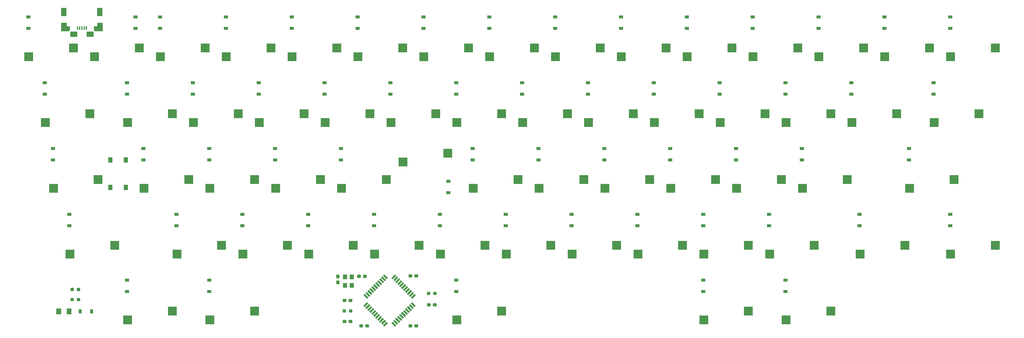
<source format=gbr>
%TF.GenerationSoftware,KiCad,Pcbnew,(5.1.9)-1*%
%TF.CreationDate,2021-04-11T15:21:24+09:00*%
%TF.ProjectId,yuiop60hh3,7975696f-7036-4306-9868-332e6b696361,1*%
%TF.SameCoordinates,Original*%
%TF.FileFunction,Paste,Bot*%
%TF.FilePolarity,Positive*%
%FSLAX46Y46*%
G04 Gerber Fmt 4.6, Leading zero omitted, Abs format (unit mm)*
G04 Created by KiCad (PCBNEW (5.1.9)-1) date 2021-04-11 15:21:24*
%MOMM*%
%LPD*%
G01*
G04 APERTURE LIST*
%ADD10R,1.200000X1.400000*%
%ADD11R,2.550000X2.500000*%
%ADD12C,0.100000*%
%ADD13R,1.300000X1.550000*%
%ADD14R,0.400000X1.050000*%
%ADD15R,2.000000X1.500000*%
%ADD16R,1.600000X2.400000*%
%ADD17R,1.200000X0.900000*%
%ADD18R,0.900000X1.200000*%
G04 APERTURE END LIST*
%TO.C,R2*%
G36*
G01*
X189844000Y-182947500D02*
X189844000Y-183422500D01*
G75*
G02*
X189606500Y-183660000I-237500J0D01*
G01*
X189106500Y-183660000D01*
G75*
G02*
X188869000Y-183422500I0J237500D01*
G01*
X188869000Y-182947500D01*
G75*
G02*
X189106500Y-182710000I237500J0D01*
G01*
X189606500Y-182710000D01*
G75*
G02*
X189844000Y-182947500I0J-237500D01*
G01*
G37*
G36*
G01*
X191669000Y-182947500D02*
X191669000Y-183422500D01*
G75*
G02*
X191431500Y-183660000I-237500J0D01*
G01*
X190931500Y-183660000D01*
G75*
G02*
X190694000Y-183422500I0J237500D01*
G01*
X190694000Y-182947500D01*
G75*
G02*
X190931500Y-182710000I237500J0D01*
G01*
X191431500Y-182710000D01*
G75*
G02*
X191669000Y-182947500I0J-237500D01*
G01*
G37*
%TD*%
D10*
%TO.C,X1*%
X167089000Y-180829000D03*
X167089000Y-178429000D03*
X165189000Y-178429000D03*
X165189000Y-180829000D03*
%TD*%
%TO.C,C8*%
G36*
G01*
X166210000Y-191550500D02*
X166210000Y-191075500D01*
G75*
G02*
X166447500Y-190838000I237500J0D01*
G01*
X167047500Y-190838000D01*
G75*
G02*
X167285000Y-191075500I0J-237500D01*
G01*
X167285000Y-191550500D01*
G75*
G02*
X167047500Y-191788000I-237500J0D01*
G01*
X166447500Y-191788000D01*
G75*
G02*
X166210000Y-191550500I0J237500D01*
G01*
G37*
G36*
G01*
X164485000Y-191550500D02*
X164485000Y-191075500D01*
G75*
G02*
X164722500Y-190838000I237500J0D01*
G01*
X165322500Y-190838000D01*
G75*
G02*
X165560000Y-191075500I0J-237500D01*
G01*
X165560000Y-191550500D01*
G75*
G02*
X165322500Y-191788000I-237500J0D01*
G01*
X164722500Y-191788000D01*
G75*
G02*
X164485000Y-191550500I0J237500D01*
G01*
G37*
%TD*%
%TO.C,C7*%
G36*
G01*
X170386000Y-192345500D02*
X170386000Y-192820500D01*
G75*
G02*
X170148500Y-193058000I-237500J0D01*
G01*
X169548500Y-193058000D01*
G75*
G02*
X169311000Y-192820500I0J237500D01*
G01*
X169311000Y-192345500D01*
G75*
G02*
X169548500Y-192108000I237500J0D01*
G01*
X170148500Y-192108000D01*
G75*
G02*
X170386000Y-192345500I0J-237500D01*
G01*
G37*
G36*
G01*
X172111000Y-192345500D02*
X172111000Y-192820500D01*
G75*
G02*
X171873500Y-193058000I-237500J0D01*
G01*
X171273500Y-193058000D01*
G75*
G02*
X171036000Y-192820500I0J237500D01*
G01*
X171036000Y-192345500D01*
G75*
G02*
X171273500Y-192108000I237500J0D01*
G01*
X171873500Y-192108000D01*
G75*
G02*
X172111000Y-192345500I0J-237500D01*
G01*
G37*
%TD*%
%TO.C,C2*%
G36*
G01*
X168676000Y-178469500D02*
X168676000Y-177994500D01*
G75*
G02*
X168913500Y-177757000I237500J0D01*
G01*
X169513500Y-177757000D01*
G75*
G02*
X169751000Y-177994500I0J-237500D01*
G01*
X169751000Y-178469500D01*
G75*
G02*
X169513500Y-178707000I-237500J0D01*
G01*
X168913500Y-178707000D01*
G75*
G02*
X168676000Y-178469500I0J237500D01*
G01*
G37*
G36*
G01*
X170401000Y-178469500D02*
X170401000Y-177994500D01*
G75*
G02*
X170638500Y-177757000I237500J0D01*
G01*
X171238500Y-177757000D01*
G75*
G02*
X171476000Y-177994500I0J-237500D01*
G01*
X171476000Y-178469500D01*
G75*
G02*
X171238500Y-178707000I-237500J0D01*
G01*
X170638500Y-178707000D01*
G75*
G02*
X170401000Y-178469500I0J237500D01*
G01*
G37*
%TD*%
%TO.C,C1*%
G36*
G01*
X163328500Y-178796000D02*
X162853500Y-178796000D01*
G75*
G02*
X162616000Y-178558500I0J237500D01*
G01*
X162616000Y-177958500D01*
G75*
G02*
X162853500Y-177721000I237500J0D01*
G01*
X163328500Y-177721000D01*
G75*
G02*
X163566000Y-177958500I0J-237500D01*
G01*
X163566000Y-178558500D01*
G75*
G02*
X163328500Y-178796000I-237500J0D01*
G01*
G37*
G36*
G01*
X163328500Y-180521000D02*
X162853500Y-180521000D01*
G75*
G02*
X162616000Y-180283500I0J237500D01*
G01*
X162616000Y-179683500D01*
G75*
G02*
X162853500Y-179446000I237500J0D01*
G01*
X163328500Y-179446000D01*
G75*
G02*
X163566000Y-179683500I0J-237500D01*
G01*
X163566000Y-180283500D01*
G75*
G02*
X163328500Y-180521000I-237500J0D01*
G01*
G37*
%TD*%
D11*
%TO.C,KSW60*%
X305685000Y-188265000D03*
X292758000Y-190805000D03*
%TD*%
%TO.C,KSW59*%
X281873000Y-188265000D03*
X268946000Y-190805000D03*
%TD*%
%TO.C,KSW58*%
X210435000Y-188265000D03*
X197508000Y-190805000D03*
%TD*%
%TO.C,KSW57*%
X138997000Y-188265000D03*
X126070000Y-190805000D03*
%TD*%
%TO.C,KSW56*%
X115185000Y-188265000D03*
X102258000Y-190805000D03*
%TD*%
%TO.C,KSW55*%
X353310000Y-169215000D03*
X340383000Y-171755000D03*
%TD*%
%TO.C,KSW54*%
X327116000Y-169215000D03*
X314189000Y-171755000D03*
%TD*%
%TO.C,KSW53*%
X300923000Y-169215000D03*
X287996000Y-171755000D03*
%TD*%
%TO.C,KSW52*%
X281873000Y-169215000D03*
X268946000Y-171755000D03*
%TD*%
%TO.C,KSW51*%
X262823000Y-169215000D03*
X249896000Y-171755000D03*
%TD*%
%TO.C,KSW50*%
X243773000Y-169215000D03*
X230846000Y-171755000D03*
%TD*%
%TO.C,KSW49*%
X224723000Y-169215000D03*
X211796000Y-171755000D03*
%TD*%
%TO.C,KSW48*%
X205673000Y-169215000D03*
X192746000Y-171755000D03*
%TD*%
%TO.C,KSW47*%
X186623000Y-169215000D03*
X173696000Y-171755000D03*
%TD*%
%TO.C,KSW46*%
X167573000Y-169215000D03*
X154646000Y-171755000D03*
%TD*%
%TO.C,KSW45*%
X148523000Y-169215000D03*
X135596000Y-171755000D03*
%TD*%
%TO.C,KSW44*%
X129473000Y-169215000D03*
X116546000Y-171755000D03*
%TD*%
%TO.C,KSW43*%
X98516200Y-169215000D03*
X85589200Y-171755000D03*
%TD*%
%TO.C,KSW42*%
X341404000Y-150165000D03*
X328477000Y-152705000D03*
%TD*%
%TO.C,KSW41*%
X310447000Y-150165000D03*
X297520000Y-152705000D03*
%TD*%
%TO.C,KSW40*%
X278470000Y-152705000D03*
X291397000Y-150165000D03*
%TD*%
%TO.C,KSW39*%
X272347000Y-150165000D03*
X259420000Y-152705000D03*
%TD*%
%TO.C,KSW38*%
X253297000Y-150165000D03*
X240370000Y-152705000D03*
%TD*%
%TO.C,KSW37*%
X234247000Y-150165000D03*
X221320000Y-152705000D03*
%TD*%
%TO.C,KSW36*%
X215197000Y-150165000D03*
X202270000Y-152705000D03*
%TD*%
%TO.C,KSW35*%
X181977000Y-145085000D03*
X194904000Y-142545000D03*
%TD*%
%TO.C,KSW34*%
X177097000Y-150165000D03*
X164170000Y-152705000D03*
%TD*%
%TO.C,KSW33*%
X158047000Y-150165000D03*
X145120000Y-152705000D03*
%TD*%
%TO.C,KSW32*%
X138997000Y-150165000D03*
X126070000Y-152705000D03*
%TD*%
%TO.C,KSW31*%
X119947000Y-150165000D03*
X107020000Y-152705000D03*
%TD*%
%TO.C,KSW30*%
X93753800Y-150165000D03*
X80826800Y-152705000D03*
%TD*%
%TO.C,KSW29*%
X348547000Y-131115000D03*
X335620000Y-133655000D03*
%TD*%
%TO.C,KSW28*%
X324735000Y-131115000D03*
X311808000Y-133655000D03*
%TD*%
%TO.C,KSW27*%
X305685000Y-131115000D03*
X292758000Y-133655000D03*
%TD*%
%TO.C,KSW26*%
X286635000Y-131115000D03*
X273708000Y-133655000D03*
%TD*%
%TO.C,KSW25*%
X267585000Y-131115000D03*
X254658000Y-133655000D03*
%TD*%
%TO.C,KSW24*%
X248535000Y-131115000D03*
X235608000Y-133655000D03*
%TD*%
%TO.C,KSW23*%
X229485000Y-131115000D03*
X216558000Y-133655000D03*
%TD*%
%TO.C,KSW22*%
X210435000Y-131115000D03*
X197508000Y-133655000D03*
%TD*%
%TO.C,KSW21*%
X191385000Y-131115000D03*
X178458000Y-133655000D03*
%TD*%
%TO.C,KSW20*%
X172335000Y-131115000D03*
X159408000Y-133655000D03*
%TD*%
%TO.C,KSW19*%
X153285000Y-131115000D03*
X140358000Y-133655000D03*
%TD*%
%TO.C,KSW18*%
X134235000Y-131115000D03*
X121308000Y-133655000D03*
%TD*%
%TO.C,KSW17*%
X115185000Y-131115000D03*
X102258000Y-133655000D03*
%TD*%
%TO.C,KSW16*%
X91372500Y-131115000D03*
X78445500Y-133655000D03*
%TD*%
%TO.C,KSW15*%
X353310000Y-112065000D03*
X340383000Y-114605000D03*
%TD*%
%TO.C,KSW14*%
X334260000Y-112065000D03*
X321333000Y-114605000D03*
%TD*%
%TO.C,KSW13*%
X315210000Y-112065000D03*
X302283000Y-114605000D03*
%TD*%
%TO.C,KSW12*%
X296160000Y-112065000D03*
X283233000Y-114605000D03*
%TD*%
%TO.C,KSW11*%
X277110000Y-112065000D03*
X264183000Y-114605000D03*
%TD*%
%TO.C,KSW10*%
X258060000Y-112065000D03*
X245133000Y-114605000D03*
%TD*%
%TO.C,KSW9*%
X239010000Y-112065000D03*
X226083000Y-114605000D03*
%TD*%
%TO.C,KSW8*%
X219960000Y-112065000D03*
X207033000Y-114605000D03*
%TD*%
%TO.C,KSW7*%
X200910000Y-112065000D03*
X187983000Y-114605000D03*
%TD*%
%TO.C,KSW6*%
X181860000Y-112065000D03*
X168933000Y-114605000D03*
%TD*%
%TO.C,KSW5*%
X162810000Y-112065000D03*
X149883000Y-114605000D03*
%TD*%
%TO.C,KSW4*%
X143760000Y-112065000D03*
X130833000Y-114605000D03*
%TD*%
%TO.C,KSW3*%
X124710000Y-112065000D03*
X111783000Y-114605000D03*
%TD*%
%TO.C,KSW2*%
X105660000Y-112065000D03*
X92733000Y-114605000D03*
%TD*%
%TO.C,KSW1*%
X86610000Y-112065000D03*
X73683000Y-114605000D03*
%TD*%
D12*
%TO.C,U1*%
G36*
X176539042Y-192800720D02*
G01*
X176150134Y-192411812D01*
X177210794Y-191351152D01*
X177599702Y-191740060D01*
X176539042Y-192800720D01*
G37*
G36*
X175973357Y-192235034D02*
G01*
X175584449Y-191846126D01*
X176645109Y-190785466D01*
X177034017Y-191174374D01*
X175973357Y-192235034D01*
G37*
G36*
X175407672Y-191669349D02*
G01*
X175018764Y-191280441D01*
X176079424Y-190219781D01*
X176468332Y-190608689D01*
X175407672Y-191669349D01*
G37*
G36*
X174841986Y-191103664D02*
G01*
X174453078Y-190714756D01*
X175513738Y-189654096D01*
X175902646Y-190043004D01*
X174841986Y-191103664D01*
G37*
G36*
X174276301Y-190537978D02*
G01*
X173887393Y-190149070D01*
X174948053Y-189088410D01*
X175336961Y-189477318D01*
X174276301Y-190537978D01*
G37*
G36*
X173710615Y-189972293D02*
G01*
X173321707Y-189583385D01*
X174382367Y-188522725D01*
X174771275Y-188911633D01*
X173710615Y-189972293D01*
G37*
G36*
X173144930Y-189406607D02*
G01*
X172756022Y-189017699D01*
X173816682Y-187957039D01*
X174205590Y-188345947D01*
X173144930Y-189406607D01*
G37*
G36*
X172579244Y-188840922D02*
G01*
X172190336Y-188452014D01*
X173250996Y-187391354D01*
X173639904Y-187780262D01*
X172579244Y-188840922D01*
G37*
G36*
X172013559Y-188275236D02*
G01*
X171624651Y-187886328D01*
X172685311Y-186825668D01*
X173074219Y-187214576D01*
X172013559Y-188275236D01*
G37*
G36*
X171447874Y-187709551D02*
G01*
X171058966Y-187320643D01*
X172119626Y-186259983D01*
X172508534Y-186648891D01*
X171447874Y-187709551D01*
G37*
G36*
X170882188Y-187143866D02*
G01*
X170493280Y-186754958D01*
X171553940Y-185694298D01*
X171942848Y-186083206D01*
X170882188Y-187143866D01*
G37*
G36*
X170493280Y-183679042D02*
G01*
X170882188Y-183290134D01*
X171942848Y-184350794D01*
X171553940Y-184739702D01*
X170493280Y-183679042D01*
G37*
G36*
X171058966Y-183113357D02*
G01*
X171447874Y-182724449D01*
X172508534Y-183785109D01*
X172119626Y-184174017D01*
X171058966Y-183113357D01*
G37*
G36*
X171624651Y-182547672D02*
G01*
X172013559Y-182158764D01*
X173074219Y-183219424D01*
X172685311Y-183608332D01*
X171624651Y-182547672D01*
G37*
G36*
X172190336Y-181981986D02*
G01*
X172579244Y-181593078D01*
X173639904Y-182653738D01*
X173250996Y-183042646D01*
X172190336Y-181981986D01*
G37*
G36*
X172756022Y-181416301D02*
G01*
X173144930Y-181027393D01*
X174205590Y-182088053D01*
X173816682Y-182476961D01*
X172756022Y-181416301D01*
G37*
G36*
X173321707Y-180850615D02*
G01*
X173710615Y-180461707D01*
X174771275Y-181522367D01*
X174382367Y-181911275D01*
X173321707Y-180850615D01*
G37*
G36*
X173887393Y-180284930D02*
G01*
X174276301Y-179896022D01*
X175336961Y-180956682D01*
X174948053Y-181345590D01*
X173887393Y-180284930D01*
G37*
G36*
X174453078Y-179719244D02*
G01*
X174841986Y-179330336D01*
X175902646Y-180390996D01*
X175513738Y-180779904D01*
X174453078Y-179719244D01*
G37*
G36*
X175018764Y-179153559D02*
G01*
X175407672Y-178764651D01*
X176468332Y-179825311D01*
X176079424Y-180214219D01*
X175018764Y-179153559D01*
G37*
G36*
X175584449Y-178587874D02*
G01*
X175973357Y-178198966D01*
X177034017Y-179259626D01*
X176645109Y-179648534D01*
X175584449Y-178587874D01*
G37*
G36*
X176150134Y-178022188D02*
G01*
X176539042Y-177633280D01*
X177599702Y-178693940D01*
X177210794Y-179082848D01*
X176150134Y-178022188D01*
G37*
G36*
X178943206Y-179082848D02*
G01*
X178554298Y-178693940D01*
X179614958Y-177633280D01*
X180003866Y-178022188D01*
X178943206Y-179082848D01*
G37*
G36*
X179508891Y-179648534D02*
G01*
X179119983Y-179259626D01*
X180180643Y-178198966D01*
X180569551Y-178587874D01*
X179508891Y-179648534D01*
G37*
G36*
X180074576Y-180214219D02*
G01*
X179685668Y-179825311D01*
X180746328Y-178764651D01*
X181135236Y-179153559D01*
X180074576Y-180214219D01*
G37*
G36*
X180640262Y-180779904D02*
G01*
X180251354Y-180390996D01*
X181312014Y-179330336D01*
X181700922Y-179719244D01*
X180640262Y-180779904D01*
G37*
G36*
X181205947Y-181345590D02*
G01*
X180817039Y-180956682D01*
X181877699Y-179896022D01*
X182266607Y-180284930D01*
X181205947Y-181345590D01*
G37*
G36*
X181771633Y-181911275D02*
G01*
X181382725Y-181522367D01*
X182443385Y-180461707D01*
X182832293Y-180850615D01*
X181771633Y-181911275D01*
G37*
G36*
X182337318Y-182476961D02*
G01*
X181948410Y-182088053D01*
X183009070Y-181027393D01*
X183397978Y-181416301D01*
X182337318Y-182476961D01*
G37*
G36*
X182903004Y-183042646D02*
G01*
X182514096Y-182653738D01*
X183574756Y-181593078D01*
X183963664Y-181981986D01*
X182903004Y-183042646D01*
G37*
G36*
X183468689Y-183608332D02*
G01*
X183079781Y-183219424D01*
X184140441Y-182158764D01*
X184529349Y-182547672D01*
X183468689Y-183608332D01*
G37*
G36*
X184034374Y-184174017D02*
G01*
X183645466Y-183785109D01*
X184706126Y-182724449D01*
X185095034Y-183113357D01*
X184034374Y-184174017D01*
G37*
G36*
X184600060Y-184739702D02*
G01*
X184211152Y-184350794D01*
X185271812Y-183290134D01*
X185660720Y-183679042D01*
X184600060Y-184739702D01*
G37*
G36*
X184211152Y-186083206D02*
G01*
X184600060Y-185694298D01*
X185660720Y-186754958D01*
X185271812Y-187143866D01*
X184211152Y-186083206D01*
G37*
G36*
X183645466Y-186648891D02*
G01*
X184034374Y-186259983D01*
X185095034Y-187320643D01*
X184706126Y-187709551D01*
X183645466Y-186648891D01*
G37*
G36*
X183079781Y-187214576D02*
G01*
X183468689Y-186825668D01*
X184529349Y-187886328D01*
X184140441Y-188275236D01*
X183079781Y-187214576D01*
G37*
G36*
X182514096Y-187780262D02*
G01*
X182903004Y-187391354D01*
X183963664Y-188452014D01*
X183574756Y-188840922D01*
X182514096Y-187780262D01*
G37*
G36*
X181948410Y-188345947D02*
G01*
X182337318Y-187957039D01*
X183397978Y-189017699D01*
X183009070Y-189406607D01*
X181948410Y-188345947D01*
G37*
G36*
X181382725Y-188911633D02*
G01*
X181771633Y-188522725D01*
X182832293Y-189583385D01*
X182443385Y-189972293D01*
X181382725Y-188911633D01*
G37*
G36*
X180817039Y-189477318D02*
G01*
X181205947Y-189088410D01*
X182266607Y-190149070D01*
X181877699Y-190537978D01*
X180817039Y-189477318D01*
G37*
G36*
X180251354Y-190043004D02*
G01*
X180640262Y-189654096D01*
X181700922Y-190714756D01*
X181312014Y-191103664D01*
X180251354Y-190043004D01*
G37*
G36*
X179685668Y-190608689D02*
G01*
X180074576Y-190219781D01*
X181135236Y-191280441D01*
X180746328Y-191669349D01*
X179685668Y-190608689D01*
G37*
G36*
X179119983Y-191174374D02*
G01*
X179508891Y-190785466D01*
X180569551Y-191846126D01*
X180180643Y-192235034D01*
X179119983Y-191174374D01*
G37*
G36*
X178554298Y-191740060D02*
G01*
X178943206Y-191351152D01*
X180003866Y-192411812D01*
X179614958Y-192800720D01*
X178554298Y-191740060D01*
G37*
%TD*%
D13*
%TO.C,RSW1*%
X97264800Y-144565000D03*
X101764800Y-144565000D03*
X101764800Y-152515000D03*
X97264800Y-152515000D03*
%TD*%
%TO.C,R4*%
G36*
G01*
X86720000Y-184725500D02*
X86720000Y-185200500D01*
G75*
G02*
X86482500Y-185438000I-237500J0D01*
G01*
X85982500Y-185438000D01*
G75*
G02*
X85745000Y-185200500I0J237500D01*
G01*
X85745000Y-184725500D01*
G75*
G02*
X85982500Y-184488000I237500J0D01*
G01*
X86482500Y-184488000D01*
G75*
G02*
X86720000Y-184725500I0J-237500D01*
G01*
G37*
G36*
G01*
X88545000Y-184725500D02*
X88545000Y-185200500D01*
G75*
G02*
X88307500Y-185438000I-237500J0D01*
G01*
X87807500Y-185438000D01*
G75*
G02*
X87570000Y-185200500I0J237500D01*
G01*
X87570000Y-184725500D01*
G75*
G02*
X87807500Y-184488000I237500J0D01*
G01*
X88307500Y-184488000D01*
G75*
G02*
X88545000Y-184725500I0J-237500D01*
G01*
G37*
%TD*%
%TO.C,R3*%
G36*
G01*
X86720000Y-181804500D02*
X86720000Y-182279500D01*
G75*
G02*
X86482500Y-182517000I-237500J0D01*
G01*
X85982500Y-182517000D01*
G75*
G02*
X85745000Y-182279500I0J237500D01*
G01*
X85745000Y-181804500D01*
G75*
G02*
X85982500Y-181567000I237500J0D01*
G01*
X86482500Y-181567000D01*
G75*
G02*
X86720000Y-181804500I0J-237500D01*
G01*
G37*
G36*
G01*
X88545000Y-181804500D02*
X88545000Y-182279500D01*
G75*
G02*
X88307500Y-182517000I-237500J0D01*
G01*
X87807500Y-182517000D01*
G75*
G02*
X87570000Y-182279500I0J237500D01*
G01*
X87570000Y-181804500D01*
G75*
G02*
X87807500Y-181567000I237500J0D01*
G01*
X88307500Y-181567000D01*
G75*
G02*
X88545000Y-181804500I0J-237500D01*
G01*
G37*
%TD*%
%TO.C,R1*%
G36*
G01*
X166310000Y-188502500D02*
X166310000Y-188027500D01*
G75*
G02*
X166547500Y-187790000I237500J0D01*
G01*
X167047500Y-187790000D01*
G75*
G02*
X167285000Y-188027500I0J-237500D01*
G01*
X167285000Y-188502500D01*
G75*
G02*
X167047500Y-188740000I-237500J0D01*
G01*
X166547500Y-188740000D01*
G75*
G02*
X166310000Y-188502500I0J237500D01*
G01*
G37*
G36*
G01*
X164485000Y-188502500D02*
X164485000Y-188027500D01*
G75*
G02*
X164722500Y-187790000I237500J0D01*
G01*
X165222500Y-187790000D01*
G75*
G02*
X165460000Y-188027500I0J-237500D01*
G01*
X165460000Y-188502500D01*
G75*
G02*
X165222500Y-188740000I-237500J0D01*
G01*
X164722500Y-188740000D01*
G75*
G02*
X164485000Y-188502500I0J237500D01*
G01*
G37*
%TD*%
D14*
%TO.C,J1*%
X90350000Y-106352000D03*
X89700000Y-106352000D03*
X89050000Y-106352000D03*
X88400000Y-106352000D03*
X87750000Y-106352000D03*
D15*
X86700000Y-108127000D03*
X91400000Y-108127000D03*
D16*
X83850000Y-101727000D03*
X94250000Y-101727000D03*
D12*
G36*
X84650975Y-104822096D02*
G01*
X84651913Y-104822381D01*
X84652778Y-104822843D01*
X84653536Y-104823464D01*
X84654157Y-104824222D01*
X84654619Y-104825087D01*
X84654904Y-104826025D01*
X84655000Y-104827000D01*
X84655000Y-105822000D01*
X85600000Y-105822000D01*
X85600975Y-105822096D01*
X85601913Y-105822381D01*
X85602778Y-105822843D01*
X85603536Y-105823464D01*
X85604157Y-105824222D01*
X85604619Y-105825087D01*
X85604904Y-105826025D01*
X85605000Y-105827000D01*
X85605000Y-106927000D01*
X85604904Y-106927975D01*
X85604619Y-106928913D01*
X85604157Y-106929778D01*
X85603536Y-106930536D01*
X85303536Y-107230536D01*
X85302778Y-107231157D01*
X85301913Y-107231619D01*
X85300975Y-107231904D01*
X85300000Y-107232000D01*
X83050000Y-107232000D01*
X83049025Y-107231904D01*
X83048087Y-107231619D01*
X83047222Y-107231157D01*
X83046464Y-107230536D01*
X83045843Y-107229778D01*
X83045381Y-107228913D01*
X83045096Y-107227975D01*
X83045000Y-107227000D01*
X83045000Y-104827000D01*
X83045096Y-104826025D01*
X83045381Y-104825087D01*
X83045843Y-104824222D01*
X83046464Y-104823464D01*
X83047222Y-104822843D01*
X83048087Y-104822381D01*
X83049025Y-104822096D01*
X83050000Y-104822000D01*
X84650000Y-104822000D01*
X84650975Y-104822096D01*
G37*
G36*
X95050975Y-104822096D02*
G01*
X95051913Y-104822381D01*
X95052778Y-104822843D01*
X95053536Y-104823464D01*
X95054157Y-104824222D01*
X95054619Y-104825087D01*
X95054904Y-104826025D01*
X95055000Y-104827000D01*
X95055000Y-107227000D01*
X95054904Y-107227975D01*
X95054619Y-107228913D01*
X95054157Y-107229778D01*
X95053536Y-107230536D01*
X95052778Y-107231157D01*
X95051913Y-107231619D01*
X95050975Y-107231904D01*
X95050000Y-107232000D01*
X92800000Y-107232000D01*
X92799025Y-107231904D01*
X92798087Y-107231619D01*
X92797222Y-107231157D01*
X92796464Y-107230536D01*
X92496464Y-106930536D01*
X92495843Y-106929778D01*
X92495381Y-106928913D01*
X92495096Y-106927975D01*
X92495000Y-106927000D01*
X92495000Y-105827000D01*
X92495096Y-105826025D01*
X92495381Y-105825087D01*
X92495843Y-105824222D01*
X92496464Y-105823464D01*
X92497222Y-105822843D01*
X92498087Y-105822381D01*
X92499025Y-105822096D01*
X92500000Y-105822000D01*
X93445000Y-105822000D01*
X93445000Y-104827000D01*
X93445096Y-104826025D01*
X93445381Y-104825087D01*
X93445843Y-104824222D01*
X93446464Y-104823464D01*
X93447222Y-104822843D01*
X93448087Y-104822381D01*
X93449025Y-104822096D01*
X93450000Y-104822000D01*
X95050000Y-104822000D01*
X95050975Y-104822096D01*
G37*
%TD*%
%TO.C,F1*%
G36*
G01*
X83068000Y-187767000D02*
X83068000Y-189017000D01*
G75*
G02*
X82818000Y-189267000I-250000J0D01*
G01*
X81893000Y-189267000D01*
G75*
G02*
X81643000Y-189017000I0J250000D01*
G01*
X81643000Y-187767000D01*
G75*
G02*
X81893000Y-187517000I250000J0D01*
G01*
X82818000Y-187517000D01*
G75*
G02*
X83068000Y-187767000I0J-250000D01*
G01*
G37*
G36*
G01*
X86043000Y-187767000D02*
X86043000Y-189017000D01*
G75*
G02*
X85793000Y-189267000I-250000J0D01*
G01*
X84868000Y-189267000D01*
G75*
G02*
X84618000Y-189017000I0J250000D01*
G01*
X84618000Y-187767000D01*
G75*
G02*
X84868000Y-187517000I250000J0D01*
G01*
X85793000Y-187517000D01*
G75*
G02*
X86043000Y-187767000I0J-250000D01*
G01*
G37*
%TD*%
D17*
%TO.C,D60*%
X292600000Y-182625000D03*
X292600000Y-179325000D03*
%TD*%
%TO.C,D59*%
X268788000Y-182625000D03*
X268788000Y-179325000D03*
%TD*%
%TO.C,D58*%
X197350000Y-182625000D03*
X197350000Y-179325000D03*
%TD*%
%TO.C,D57*%
X125912000Y-182625000D03*
X125912000Y-179325000D03*
%TD*%
%TO.C,D56*%
X102100000Y-182625000D03*
X102100000Y-179325000D03*
%TD*%
%TO.C,D55*%
X340225000Y-163575000D03*
X340225000Y-160275000D03*
%TD*%
%TO.C,D54*%
X314031000Y-163575000D03*
X314031000Y-160275000D03*
%TD*%
%TO.C,D53*%
X287838000Y-163575000D03*
X287838000Y-160275000D03*
%TD*%
%TO.C,D52*%
X268788000Y-163575000D03*
X268788000Y-160275000D03*
%TD*%
%TO.C,D51*%
X249738000Y-163575000D03*
X249738000Y-160275000D03*
%TD*%
%TO.C,D50*%
X230688000Y-163575000D03*
X230688000Y-160275000D03*
%TD*%
%TO.C,D49*%
X211638000Y-163575000D03*
X211638000Y-160275000D03*
%TD*%
%TO.C,D48*%
X192588000Y-163575000D03*
X192588000Y-160275000D03*
%TD*%
%TO.C,D47*%
X173538000Y-163575000D03*
X173538000Y-160275000D03*
%TD*%
%TO.C,D46*%
X154488000Y-163575000D03*
X154488000Y-160275000D03*
%TD*%
%TO.C,D45*%
X135438000Y-163575000D03*
X135438000Y-160275000D03*
%TD*%
%TO.C,D44*%
X116388000Y-163575000D03*
X116388000Y-160275000D03*
%TD*%
%TO.C,D43*%
X85431200Y-163575000D03*
X85431200Y-160275000D03*
%TD*%
%TO.C,D42*%
X328319000Y-144525000D03*
X328319000Y-141225000D03*
%TD*%
%TO.C,D41*%
X297362000Y-144525000D03*
X297362000Y-141225000D03*
%TD*%
%TO.C,D40*%
X278312000Y-144525000D03*
X278312000Y-141225000D03*
%TD*%
%TO.C,D39*%
X259262000Y-144525000D03*
X259262000Y-141225000D03*
%TD*%
%TO.C,D38*%
X240212000Y-144525000D03*
X240212000Y-141225000D03*
%TD*%
%TO.C,D37*%
X221162000Y-144525000D03*
X221162000Y-141225000D03*
%TD*%
%TO.C,D36*%
X202112000Y-144525000D03*
X202112000Y-141225000D03*
%TD*%
%TO.C,D35*%
X195062000Y-154025000D03*
X195062000Y-150725000D03*
%TD*%
%TO.C,D34*%
X164012000Y-144525000D03*
X164012000Y-141225000D03*
%TD*%
%TO.C,D33*%
X144962000Y-144525000D03*
X144962000Y-141225000D03*
%TD*%
%TO.C,D32*%
X125912000Y-144525000D03*
X125912000Y-141225000D03*
%TD*%
%TO.C,D31*%
X106862000Y-144525000D03*
X106862000Y-141225000D03*
%TD*%
%TO.C,D30*%
X80668800Y-144525000D03*
X80668800Y-141225000D03*
%TD*%
%TO.C,D29*%
X335462000Y-125475000D03*
X335462000Y-122175000D03*
%TD*%
%TO.C,D28*%
X311650000Y-125475000D03*
X311650000Y-122175000D03*
%TD*%
%TO.C,D27*%
X292600000Y-125475000D03*
X292600000Y-122175000D03*
%TD*%
%TO.C,D26*%
X273550000Y-125475000D03*
X273550000Y-122175000D03*
%TD*%
%TO.C,D25*%
X254500000Y-125475000D03*
X254500000Y-122175000D03*
%TD*%
%TO.C,D24*%
X235450000Y-125475000D03*
X235450000Y-122175000D03*
%TD*%
%TO.C,D23*%
X216400000Y-125475000D03*
X216400000Y-122175000D03*
%TD*%
%TO.C,D22*%
X197350000Y-125475000D03*
X197350000Y-122175000D03*
%TD*%
%TO.C,D21*%
X178300000Y-125475000D03*
X178300000Y-122175000D03*
%TD*%
%TO.C,D20*%
X159250000Y-125475000D03*
X159250000Y-122175000D03*
%TD*%
%TO.C,D19*%
X140200000Y-125475000D03*
X140200000Y-122175000D03*
%TD*%
%TO.C,D18*%
X121150000Y-125475000D03*
X121150000Y-122175000D03*
%TD*%
%TO.C,D17*%
X102100000Y-125475000D03*
X102100000Y-122175000D03*
%TD*%
%TO.C,D16*%
X78287500Y-125475000D03*
X78287500Y-122175000D03*
%TD*%
%TO.C,D15*%
X340225000Y-106425000D03*
X340225000Y-103125000D03*
%TD*%
%TO.C,D14*%
X321175000Y-106425000D03*
X321175000Y-103125000D03*
%TD*%
%TO.C,D13*%
X302125000Y-106425000D03*
X302125000Y-103125000D03*
%TD*%
%TO.C,D12*%
X283075000Y-106425000D03*
X283075000Y-103125000D03*
%TD*%
%TO.C,D11*%
X264025000Y-106425000D03*
X264025000Y-103125000D03*
%TD*%
%TO.C,D10*%
X244975000Y-106425000D03*
X244975000Y-103125000D03*
%TD*%
%TO.C,D9*%
X225925000Y-106425000D03*
X225925000Y-103125000D03*
%TD*%
%TO.C,D8*%
X206875000Y-106425000D03*
X206875000Y-103125000D03*
%TD*%
%TO.C,D7*%
X187825000Y-106425000D03*
X187825000Y-103125000D03*
%TD*%
%TO.C,D6*%
X168775000Y-106425000D03*
X168775000Y-103125000D03*
%TD*%
%TO.C,D5*%
X149725000Y-106425000D03*
X149725000Y-103125000D03*
%TD*%
%TO.C,D4*%
X130675000Y-106425000D03*
X130675000Y-103125000D03*
%TD*%
%TO.C,D3*%
X111625000Y-106425000D03*
X111625000Y-103125000D03*
%TD*%
%TO.C,D2*%
X104575000Y-106425000D03*
X104575000Y-103125000D03*
%TD*%
%TO.C,D1*%
X73525000Y-106425000D03*
X73525000Y-103125000D03*
%TD*%
D18*
%TO.C,D0*%
X88543000Y-188392000D03*
X91843000Y-188392000D03*
%TD*%
%TO.C,C6*%
G36*
G01*
X185260000Y-192820500D02*
X185260000Y-192345500D01*
G75*
G02*
X185497500Y-192108000I237500J0D01*
G01*
X186097500Y-192108000D01*
G75*
G02*
X186335000Y-192345500I0J-237500D01*
G01*
X186335000Y-192820500D01*
G75*
G02*
X186097500Y-193058000I-237500J0D01*
G01*
X185497500Y-193058000D01*
G75*
G02*
X185260000Y-192820500I0J237500D01*
G01*
G37*
G36*
G01*
X183535000Y-192820500D02*
X183535000Y-192345500D01*
G75*
G02*
X183772500Y-192108000I237500J0D01*
G01*
X184372500Y-192108000D01*
G75*
G02*
X184610000Y-192345500I0J-237500D01*
G01*
X184610000Y-192820500D01*
G75*
G02*
X184372500Y-193058000I-237500J0D01*
G01*
X183772500Y-193058000D01*
G75*
G02*
X183535000Y-192820500I0J237500D01*
G01*
G37*
%TD*%
%TO.C,C5*%
G36*
G01*
X190594000Y-186724500D02*
X190594000Y-186249500D01*
G75*
G02*
X190831500Y-186012000I237500J0D01*
G01*
X191431500Y-186012000D01*
G75*
G02*
X191669000Y-186249500I0J-237500D01*
G01*
X191669000Y-186724500D01*
G75*
G02*
X191431500Y-186962000I-237500J0D01*
G01*
X190831500Y-186962000D01*
G75*
G02*
X190594000Y-186724500I0J237500D01*
G01*
G37*
G36*
G01*
X188869000Y-186724500D02*
X188869000Y-186249500D01*
G75*
G02*
X189106500Y-186012000I237500J0D01*
G01*
X189706500Y-186012000D01*
G75*
G02*
X189944000Y-186249500I0J-237500D01*
G01*
X189944000Y-186724500D01*
G75*
G02*
X189706500Y-186962000I-237500J0D01*
G01*
X189106500Y-186962000D01*
G75*
G02*
X188869000Y-186724500I0J237500D01*
G01*
G37*
%TD*%
%TO.C,C4*%
G36*
G01*
X185260000Y-178342500D02*
X185260000Y-177867500D01*
G75*
G02*
X185497500Y-177630000I237500J0D01*
G01*
X186097500Y-177630000D01*
G75*
G02*
X186335000Y-177867500I0J-237500D01*
G01*
X186335000Y-178342500D01*
G75*
G02*
X186097500Y-178580000I-237500J0D01*
G01*
X185497500Y-178580000D01*
G75*
G02*
X185260000Y-178342500I0J237500D01*
G01*
G37*
G36*
G01*
X183535000Y-178342500D02*
X183535000Y-177867500D01*
G75*
G02*
X183772500Y-177630000I237500J0D01*
G01*
X184372500Y-177630000D01*
G75*
G02*
X184610000Y-177867500I0J-237500D01*
G01*
X184610000Y-178342500D01*
G75*
G02*
X184372500Y-178580000I-237500J0D01*
G01*
X183772500Y-178580000D01*
G75*
G02*
X183535000Y-178342500I0J237500D01*
G01*
G37*
%TD*%
%TO.C,C3*%
G36*
G01*
X165560000Y-184979500D02*
X165560000Y-185454500D01*
G75*
G02*
X165322500Y-185692000I-237500J0D01*
G01*
X164722500Y-185692000D01*
G75*
G02*
X164485000Y-185454500I0J237500D01*
G01*
X164485000Y-184979500D01*
G75*
G02*
X164722500Y-184742000I237500J0D01*
G01*
X165322500Y-184742000D01*
G75*
G02*
X165560000Y-184979500I0J-237500D01*
G01*
G37*
G36*
G01*
X167285000Y-184979500D02*
X167285000Y-185454500D01*
G75*
G02*
X167047500Y-185692000I-237500J0D01*
G01*
X166447500Y-185692000D01*
G75*
G02*
X166210000Y-185454500I0J237500D01*
G01*
X166210000Y-184979500D01*
G75*
G02*
X166447500Y-184742000I237500J0D01*
G01*
X167047500Y-184742000D01*
G75*
G02*
X167285000Y-184979500I0J-237500D01*
G01*
G37*
%TD*%
M02*

</source>
